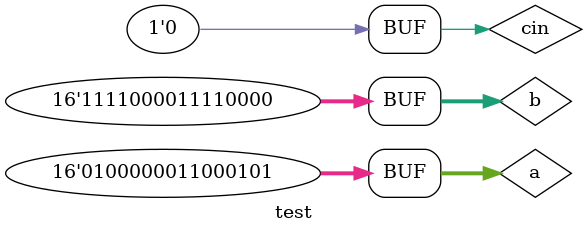
<source format=v>
`timescale 1ns / 1ps

module test;

	// Inputs
	reg [15:0] a;
	reg [15:0] b;
	reg cin;

	// Outputs
	wire [16:0] sum;

	// Instantiate the Unit Under Test (UUT)
	CODE uut (
		.a(a), 
		.b(b), 
		.cin(cin), 
		.sum(sum)
	);

	initial begin
		a=16'b0101110011000101;
		b=16'b1111000011110000;
		cin=1;
		
		#100;
		a=16'b0100000011000101;
		b=16'b1111000011110000;
		cin=0;
		

	end
      
endmodule


</source>
